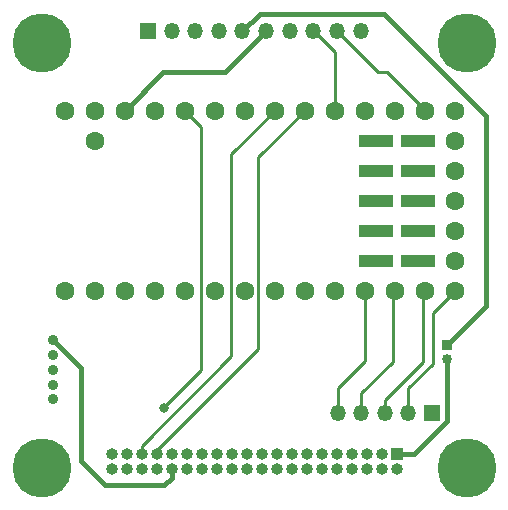
<source format=gbr>
%TF.GenerationSoftware,KiCad,Pcbnew,7.0.10*%
%TF.CreationDate,2024-03-12T14:45:01-04:00*%
%TF.ProjectId,obc,6f62632e-6b69-4636-9164-5f7063625858,rev?*%
%TF.SameCoordinates,Original*%
%TF.FileFunction,Copper,L1,Top*%
%TF.FilePolarity,Positive*%
%FSLAX46Y46*%
G04 Gerber Fmt 4.6, Leading zero omitted, Abs format (unit mm)*
G04 Created by KiCad (PCBNEW 7.0.10) date 2024-03-12 14:45:01*
%MOMM*%
%LPD*%
G01*
G04 APERTURE LIST*
%TA.AperFunction,ComponentPad*%
%ADD10C,5.000000*%
%TD*%
%TA.AperFunction,ComponentPad*%
%ADD11R,1.350000X1.350000*%
%TD*%
%TA.AperFunction,ComponentPad*%
%ADD12O,1.350000X1.350000*%
%TD*%
%TA.AperFunction,ComponentPad*%
%ADD13C,0.900000*%
%TD*%
%TA.AperFunction,ComponentPad*%
%ADD14R,0.850000X0.850000*%
%TD*%
%TA.AperFunction,ComponentPad*%
%ADD15C,0.850000*%
%TD*%
%TA.AperFunction,ComponentPad*%
%ADD16C,1.600000*%
%TD*%
%TA.AperFunction,SMDPad,CuDef*%
%ADD17R,3.000000X1.000000*%
%TD*%
%TA.AperFunction,ComponentPad*%
%ADD18R,1.000000X1.000000*%
%TD*%
%TA.AperFunction,ComponentPad*%
%ADD19O,1.000000X1.000000*%
%TD*%
%TA.AperFunction,ViaPad*%
%ADD20C,0.800000*%
%TD*%
%TA.AperFunction,Conductor*%
%ADD21C,0.250000*%
%TD*%
%TA.AperFunction,Conductor*%
%ADD22C,0.400000*%
%TD*%
G04 APERTURE END LIST*
D10*
%TO.P,H2,1,1*%
%TO.N,unconnected-(H2-Pad1)*%
X53000000Y-53000000D03*
%TD*%
%TO.P,H4,1,1*%
%TO.N,unconnected-(H4-Pad1)*%
X89000000Y-89000000D03*
%TD*%
D11*
%TO.P,J1,1,RESET*%
%TO.N,RESET*%
X62000000Y-52000000D03*
D12*
%TO.P,J1,2,SCL0*%
%TO.N,SCL0*%
X64000000Y-52000000D03*
%TO.P,J1,3,SDA1*%
%TO.N,SDA0*%
X66000000Y-52000000D03*
%TO.P,J1,4,GND*%
%TO.N,GND*%
X68000000Y-52000000D03*
%TO.P,J1,5,5V*%
%TO.N,5V*%
X70000000Y-52000000D03*
%TO.P,J1,6,3V3*%
%TO.N,3V3*%
X72000000Y-52000000D03*
%TO.P,J1,7,A0_SCL1_RX1*%
%TO.N,SCL1{slash}TX1*%
X74000000Y-52000000D03*
%TO.P,J1,8,A1_SDA1_TX1*%
%TO.N,SDA1{slash}RX1*%
X76000000Y-52000000D03*
%TO.P,J1,9,A2_RX2*%
%TO.N,RX2*%
X78000000Y-52000000D03*
%TO.P,J1,10,A3_TX2*%
%TO.N,TX2*%
X80000000Y-52000000D03*
%TD*%
D13*
%TO.P,J3,1,1*%
%TO.N,RXD*%
X53985000Y-83160000D03*
%TO.P,J3,2,2*%
%TO.N,TXD*%
X53985000Y-81910000D03*
%TO.P,J3,3,3*%
%TO.N,ON{slash}OFF*%
X53985000Y-80660000D03*
%TO.P,J3,4,4*%
%TO.N,5V*%
X53985000Y-79410000D03*
%TO.P,J3,5,5*%
%TO.N,GND*%
X53985000Y-78160000D03*
%TD*%
D11*
%TO.P,J5,1,CLK*%
%TO.N,Net-(J5-CLK)*%
X86050000Y-84275000D03*
D12*
%TO.P,J5,2,SO*%
%TO.N,Net-(J5-SO)*%
X84050000Y-84275000D03*
%TO.P,J5,3,SI*%
%TO.N,Net-(J5-SI)*%
X82050000Y-84275000D03*
%TO.P,J5,4,CS*%
%TO.N,Net-(J5-CS)*%
X80050000Y-84275000D03*
%TO.P,J5,5,DET*%
%TO.N,Net-(J5-DET)*%
X78050000Y-84275000D03*
%TD*%
D14*
%TO.P,J6,1,1*%
%TO.N,5V*%
X87300002Y-78525001D03*
D15*
%TO.P,J6,2,2*%
%TO.N,Net-(J4-5V-Pad1)*%
X87300002Y-79775001D03*
%TD*%
D10*
%TO.P,H1,1,1*%
%TO.N,unconnected-(H1-Pad1)*%
X89000000Y-53000000D03*
%TD*%
%TO.P,H3,1,1*%
%TO.N,unconnected-(H3-Pad1)*%
X53000000Y-89000000D03*
%TD*%
D16*
%TO.P,U2,1,GND*%
%TO.N,unconnected-(U2-GND-Pad1)*%
X54940000Y-73950000D03*
%TO.P,U2,2,0_RX1_CRX2_CS1*%
%TO.N,unconnected-(U2-0_RX1_CRX2_CS1-Pad2)*%
X57480000Y-73950000D03*
%TO.P,U2,3,1_TX1_CTX2_MISO1*%
%TO.N,unconnected-(U2-1_TX1_CTX2_MISO1-Pad3)*%
X60020000Y-73950000D03*
%TO.P,U2,4,2_OUT2*%
%TO.N,unconnected-(U2-2_OUT2-Pad4)*%
X62560000Y-73950000D03*
%TO.P,U2,5,3_LRCLK2*%
%TO.N,unconnected-(U2-3_LRCLK2-Pad5)*%
X65100000Y-73950000D03*
%TO.P,U2,6,4_BCLK2*%
%TO.N,unconnected-(U2-4_BCLK2-Pad6)*%
X67640000Y-73950000D03*
%TO.P,U2,7,5_IN2*%
%TO.N,unconnected-(U2-5_IN2-Pad7)*%
X70180000Y-73950000D03*
%TO.P,U2,8,6_OUT1D*%
%TO.N,ON{slash}OFF*%
X72720000Y-73950000D03*
%TO.P,U2,9,7_RX2_OUT1A*%
%TO.N,TXD*%
X75260000Y-73950000D03*
%TO.P,U2,10,8_TX2_IN1*%
%TO.N,RXD*%
X77800000Y-73950000D03*
%TO.P,U2,11,9_OUT1C*%
%TO.N,Net-(J5-DET)*%
X80340000Y-73950000D03*
%TO.P,U2,12,10_CS_MQSR*%
%TO.N,Net-(J5-CS)*%
X82880000Y-73950000D03*
%TO.P,U2,13,11_MOSI_CTX1*%
%TO.N,Net-(J5-SI)*%
X85420000Y-73950000D03*
%TO.P,U2,14,12_MISO_MQSL*%
%TO.N,Net-(J5-SO)*%
X87960000Y-73950000D03*
%TO.P,U2,15,VBAT*%
%TO.N,unconnected-(U2-VBAT-Pad15)*%
X87960000Y-71410000D03*
%TO.P,U2,16,3V3*%
%TO.N,unconnected-(U2-3V3-Pad16)*%
X87960000Y-68870000D03*
%TO.P,U2,17,GND*%
%TO.N,GND*%
X87960000Y-66330000D03*
%TO.P,U2,18,PROGRAM*%
%TO.N,unconnected-(U2-PROGRAM-Pad18)*%
X87960000Y-63790000D03*
%TO.P,U2,19,ON_OFF*%
%TO.N,unconnected-(U2-ON_OFF-Pad19)*%
X87960000Y-61250000D03*
%TO.P,U2,20,13_SCK_CRX1_LED*%
%TO.N,Net-(J5-CLK)*%
X87960000Y-58710000D03*
%TO.P,U2,21,14_A0_TX3_SPDIF_OUT*%
%TO.N,RX2*%
X85420000Y-58710000D03*
%TO.P,U2,22,15_A1_RX3_SPDIF_IN*%
%TO.N,TX2*%
X82880000Y-58710000D03*
%TO.P,U2,23,16_A2_RX4_SCL1*%
%TO.N,SCL1{slash}TX1*%
X80340000Y-58710000D03*
%TO.P,U2,24,17_A3_TX4_SDA1*%
%TO.N,SDA1{slash}RX1*%
X77800000Y-58710000D03*
%TO.P,U2,25,18_A4_SDA0*%
%TO.N,SDA0*%
X75260000Y-58710000D03*
%TO.P,U2,26,19_A5_SCL0*%
%TO.N,SCL0*%
X72720000Y-58710000D03*
%TO.P,U2,27,20_A6_TX5_LRCLK1*%
%TO.N,unconnected-(U2-20_A6_TX5_LRCLK1-Pad27)*%
X70180000Y-58710000D03*
%TO.P,U2,28,21_A7_RX5_BCLK1*%
%TO.N,unconnected-(U2-21_A7_RX5_BCLK1-Pad28)*%
X67640000Y-58710000D03*
%TO.P,U2,29,22_A8_CTX1*%
%TO.N,SAT_PWR_ENABLE*%
X65100000Y-58710000D03*
%TO.P,U2,30,23_A9_CRX1_MCLK1*%
%TO.N,RESET*%
X62560000Y-58710000D03*
%TO.P,U2,31,3V3*%
%TO.N,3V3*%
X60020000Y-58710000D03*
%TO.P,U2,32,GND*%
%TO.N,unconnected-(U2-GND-Pad32)*%
X57480000Y-58710000D03*
%TO.P,U2,33,VIN*%
%TO.N,5V*%
X54940000Y-58710000D03*
%TO.P,U2,34,VUSB*%
%TO.N,unconnected-(U2-VUSB-Pad34)*%
X57480000Y-61250000D03*
D17*
%TO.P,U2,35,24_A10_TX6_SCL2*%
%TO.N,unconnected-(U2-24_A10_TX6_SCL2-Pad35)*%
X84880000Y-61250000D03*
%TO.P,U2,36,25_A11_RX6_SDA2*%
%TO.N,unconnected-(U2-25_A11_RX6_SDA2-Pad36)*%
X81340000Y-61250000D03*
%TO.P,U2,37,26_A12_MOSI1*%
%TO.N,unconnected-(U2-26_A12_MOSI1-Pad37)*%
X84880000Y-63790000D03*
%TO.P,U2,38,27_A13_SCK1*%
%TO.N,unconnected-(U2-27_A13_SCK1-Pad38)*%
X81340000Y-63790000D03*
%TO.P,U2,39,28_RX7*%
%TO.N,unconnected-(U2-28_RX7-Pad39)*%
X84880000Y-66330000D03*
%TO.P,U2,40,29_TX7*%
%TO.N,unconnected-(U2-29_TX7-Pad40)*%
X81340000Y-66330000D03*
%TO.P,U2,41,30_CRX3*%
%TO.N,unconnected-(U2-30_CRX3-Pad41)*%
X84880000Y-68870000D03*
%TO.P,U2,42,31_CTX3*%
%TO.N,unconnected-(U2-31_CTX3-Pad42)*%
X81340000Y-68870000D03*
%TO.P,U2,43,32_OUT1B*%
%TO.N,unconnected-(U2-32_OUT1B-Pad43)*%
X84880000Y-71410000D03*
%TO.P,U2,44,33_MCLK2*%
%TO.N,unconnected-(U2-33_MCLK2-Pad44)*%
X81340000Y-71410000D03*
%TD*%
D18*
%TO.P,J4,1,5V*%
%TO.N,Net-(J4-5V-Pad1)*%
X83050000Y-87815000D03*
D19*
%TO.P,J4,2,3V3*%
%TO.N,unconnected-(J4-3V3-Pad2)*%
X83050000Y-89085000D03*
%TO.P,J4,3,5V*%
%TO.N,unconnected-(J4-5V-Pad3)*%
X81780000Y-87815000D03*
%TO.P,J4,4,3V3*%
%TO.N,unconnected-(J4-3V3-Pad4)*%
X81780000Y-89085000D03*
%TO.P,J4,5,SAT_PWR_EN*%
%TO.N,SAT_PWR_ENABLE*%
X80510000Y-87815000D03*
%TO.P,J4,6*%
%TO.N,unconnected-(J4-Pad6)*%
X80510000Y-89085000D03*
%TO.P,J4,7,IMU_INT*%
%TO.N,unconnected-(J4-IMU_INT-Pad7)*%
X79240000Y-87815000D03*
%TO.P,J4,8,GND*%
%TO.N,unconnected-(J4-GND-Pad8)*%
X79240000Y-89085000D03*
%TO.P,J4,9,0*%
%TO.N,unconnected-(J4-0-Pad9)*%
X77970000Y-87815000D03*
%TO.P,J4,10,14*%
%TO.N,unconnected-(J4-14-Pad10)*%
X77970000Y-89085000D03*
%TO.P,J4,11,1*%
%TO.N,unconnected-(J4-1-Pad11)*%
X76700000Y-87815000D03*
%TO.P,J4,12,15*%
%TO.N,unconnected-(J4-15-Pad12)*%
X76700000Y-89085000D03*
%TO.P,J4,13,2*%
%TO.N,unconnected-(J4-2-Pad13)*%
X75430000Y-87815000D03*
%TO.P,J4,14,16*%
%TO.N,unconnected-(J4-16-Pad14)*%
X75430000Y-89085000D03*
%TO.P,J4,15,3*%
%TO.N,unconnected-(J4-3-Pad15)*%
X74160000Y-87815000D03*
%TO.P,J4,16,17*%
%TO.N,unconnected-(J4-17-Pad16)*%
X74160000Y-89085000D03*
%TO.P,J4,17,4*%
%TO.N,unconnected-(J4-4-Pad17)*%
X72890000Y-87815000D03*
%TO.P,J4,18,18*%
%TO.N,unconnected-(J4-Pad18)*%
X72890000Y-89085000D03*
%TO.P,J4,19,5*%
%TO.N,unconnected-(J4-5-Pad19)*%
X71620000Y-87815000D03*
%TO.P,J4,20,19*%
%TO.N,unconnected-(J4-19-Pad20)*%
X71620000Y-89085000D03*
%TO.P,J4,21,GND*%
%TO.N,unconnected-(J4-GND-Pad21)*%
X70350000Y-87815000D03*
%TO.P,J4,22,23*%
%TO.N,unconnected-(J4-23-Pad22)*%
X70350000Y-89085000D03*
%TO.P,J4,23,6*%
%TO.N,unconnected-(J4-6-Pad23)*%
X69080000Y-87815000D03*
%TO.P,J4,24,24*%
%TO.N,unconnected-(J4-Pad24)*%
X69080000Y-89085000D03*
%TO.P,J4,25,7*%
%TO.N,unconnected-(J4-7-Pad25)*%
X67810000Y-87815000D03*
%TO.P,J4,26,22*%
%TO.N,unconnected-(J4-22-Pad26)*%
X67810000Y-89085000D03*
%TO.P,J4,27,8*%
%TO.N,unconnected-(J4-8-Pad27)*%
X66540000Y-87815000D03*
%TO.P,J4,28,30*%
%TO.N,unconnected-(J4-30-Pad28)*%
X66540000Y-89085000D03*
%TO.P,J4,29,3V3*%
%TO.N,unconnected-(J4-3V3-Pad29)*%
X65270000Y-87815000D03*
%TO.P,J4,30,31*%
%TO.N,unconnected-(J4-31-Pad30)*%
X65270000Y-89085000D03*
%TO.P,J4,31,3V3*%
%TO.N,unconnected-(J4-3V3-Pad31)*%
X64000000Y-87815000D03*
%TO.P,J4,32,GND*%
%TO.N,GND*%
X64000000Y-89085000D03*
%TO.P,J4,33,20*%
%TO.N,SDA0*%
X62730000Y-87815000D03*
%TO.P,J4,34,12*%
%TO.N,unconnected-(J4-12-Pad34)*%
X62730000Y-89085000D03*
%TO.P,J4,35,21*%
%TO.N,SCL0*%
X61460000Y-87815000D03*
%TO.P,J4,36,RESET*%
%TO.N,EPS_RESET*%
X61460000Y-89085000D03*
%TO.P,J4,37,9*%
%TO.N,unconnected-(J4-9-Pad37)*%
X60190000Y-87815000D03*
%TO.P,J4,38,32*%
%TO.N,unconnected-(J4-32-Pad38)*%
X60190000Y-89085000D03*
%TO.P,J4,39,GND*%
%TO.N,unconnected-(J4-GND-Pad39)*%
X58920000Y-87815000D03*
%TO.P,J4,40,33*%
%TO.N,unconnected-(J4-33-Pad40)*%
X58920000Y-89085000D03*
%TD*%
D20*
%TO.N,SAT_PWR_ENABLE*%
X63350000Y-83885000D03*
%TD*%
D21*
%TO.N,SDA1{slash}RX1*%
X77800000Y-53750000D02*
X76050000Y-52000000D01*
X77800000Y-58710000D02*
X77800000Y-53750000D01*
X76050000Y-52000000D02*
X76000000Y-52000000D01*
%TO.N,RX2*%
X85420000Y-58670000D02*
X85420000Y-58710000D01*
X82200000Y-55450000D02*
X85420000Y-58670000D01*
X81450000Y-55450000D02*
X82200000Y-55450000D01*
X78000000Y-52000000D02*
X81450000Y-55450000D01*
D22*
%TO.N,5V*%
X82000000Y-50550000D02*
X71450000Y-50550000D01*
X90600000Y-59150000D02*
X82000000Y-50550000D01*
X87300002Y-78525001D02*
X90600000Y-75225003D01*
X90600000Y-75225003D02*
X90600000Y-59150000D01*
X71450000Y-50550000D02*
X70000000Y-52000000D01*
%TO.N,Net-(J4-5V-Pad1)*%
X87300002Y-85024998D02*
X87300002Y-79775001D01*
X84510000Y-87815000D02*
X87300002Y-85024998D01*
X83050000Y-87815000D02*
X84510000Y-87815000D01*
%TO.N,GND*%
X64000000Y-89792106D02*
X64000000Y-89085000D01*
X63342106Y-90450000D02*
X64000000Y-89792106D01*
X58400000Y-90450000D02*
X63342106Y-90450000D01*
X56300000Y-88350000D02*
X58400000Y-90450000D01*
X53985000Y-78160000D02*
X56300000Y-80475000D01*
X56300000Y-80475000D02*
X56300000Y-88350000D01*
D21*
%TO.N,SAT_PWR_ENABLE*%
X66515000Y-60125000D02*
X65100000Y-58710000D01*
X66515000Y-80635000D02*
X66515000Y-60125000D01*
X63350000Y-83885000D02*
X63350000Y-83800000D01*
X63350000Y-83800000D02*
X66515000Y-80635000D01*
D22*
%TO.N,3V3*%
X63280000Y-55450000D02*
X60020000Y-58710000D01*
X68550000Y-55450000D02*
X63280000Y-55450000D01*
X72000000Y-52000000D02*
X68550000Y-55450000D01*
D21*
%TO.N,Net-(J5-DET)*%
X80340000Y-73950000D02*
X80340000Y-79910000D01*
X80340000Y-79910000D02*
X78050000Y-82200000D01*
X78050000Y-82200000D02*
X78050000Y-84275000D01*
%TO.N,Net-(J5-SO)*%
X84050000Y-84275000D02*
X84050000Y-82200000D01*
X86100000Y-80150000D02*
X86100000Y-75810000D01*
X86100000Y-75810000D02*
X87960000Y-73950000D01*
X84050000Y-82200000D02*
X86100000Y-80150000D01*
%TO.N,Net-(J5-SI)*%
X85280000Y-79965000D02*
X82050000Y-83195000D01*
X85280000Y-74090000D02*
X85280000Y-79965000D01*
X85420000Y-73950000D02*
X85280000Y-74090000D01*
X82050000Y-83195000D02*
X82050000Y-84275000D01*
%TO.N,Net-(J5-CS)*%
X82880000Y-73950000D02*
X82740000Y-74090000D01*
X80050000Y-82655000D02*
X80050000Y-84275000D01*
X82740000Y-79965000D02*
X80050000Y-82655000D01*
X82740000Y-74090000D02*
X82740000Y-79965000D01*
%TO.N,SCL0*%
X61460000Y-87090000D02*
X69055000Y-79495000D01*
X69055000Y-62375000D02*
X72720000Y-58710000D01*
X61460000Y-87465000D02*
X61460000Y-87090000D01*
X69055000Y-79495000D02*
X69055000Y-62375000D01*
%TO.N,SDA0*%
X71300000Y-78895000D02*
X71300000Y-74420991D01*
X71305000Y-62665000D02*
X75260000Y-58710000D01*
X71300000Y-74420991D02*
X71305000Y-74415991D01*
X62730000Y-87465000D02*
X71300000Y-78895000D01*
X71305000Y-74415991D02*
X71305000Y-62665000D01*
%TD*%
M02*

</source>
